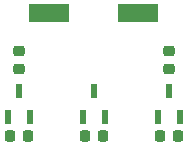
<source format=gtp>
G04 #@! TF.GenerationSoftware,KiCad,Pcbnew,9.0.0*
G04 #@! TF.CreationDate,2025-04-06T21:13:16-04:00*
G04 #@! TF.ProjectId,MiniCamel_riser,4d696e69-4361-46d6-956c-5f7269736572,2.1*
G04 #@! TF.SameCoordinates,PX16e3600PY6052340*
G04 #@! TF.FileFunction,Paste,Top*
G04 #@! TF.FilePolarity,Positive*
%FSLAX46Y46*%
G04 Gerber Fmt 4.6, Leading zero omitted, Abs format (unit mm)*
G04 Created by KiCad (PCBNEW 9.0.0) date 2025-04-06 21:13:16*
%MOMM*%
%LPD*%
G01*
G04 APERTURE LIST*
G04 Aperture macros list*
%AMRoundRect*
0 Rectangle with rounded corners*
0 $1 Rounding radius*
0 $2 $3 $4 $5 $6 $7 $8 $9 X,Y pos of 4 corners*
0 Add a 4 corners polygon primitive as box body*
4,1,4,$2,$3,$4,$5,$6,$7,$8,$9,$2,$3,0*
0 Add four circle primitives for the rounded corners*
1,1,$1+$1,$2,$3*
1,1,$1+$1,$4,$5*
1,1,$1+$1,$6,$7*
1,1,$1+$1,$8,$9*
0 Add four rect primitives between the rounded corners*
20,1,$1+$1,$2,$3,$4,$5,0*
20,1,$1+$1,$4,$5,$6,$7,0*
20,1,$1+$1,$6,$7,$8,$9,0*
20,1,$1+$1,$8,$9,$2,$3,0*%
G04 Aperture macros list end*
%ADD10RoundRect,0.225000X0.225000X0.250000X-0.225000X0.250000X-0.225000X-0.250000X0.225000X-0.250000X0*%
%ADD11RoundRect,0.225000X-0.250000X0.225000X-0.250000X-0.225000X0.250000X-0.225000X0.250000X0.225000X0*%
%ADD12R,3.460000X1.600000*%
%ADD13R,3.460000X1.610000*%
%ADD14R,0.600000X1.200000*%
G04 APERTURE END LIST*
D10*
X44935000Y-3241843D03*
X43385000Y-3241843D03*
D11*
X44160000Y3950000D03*
X44160000Y2400000D03*
D12*
X46713511Y7160000D03*
D13*
X54173511Y7165000D03*
D10*
X57635000Y-3241843D03*
X56085000Y-3241843D03*
D11*
X56860000Y3950000D03*
X56860000Y2400000D03*
D10*
X51285000Y-3241843D03*
X49735000Y-3241843D03*
D14*
X49560000Y-1660000D03*
X51460000Y-1660000D03*
X50510000Y540000D03*
X43210000Y-1652832D03*
X45110000Y-1652832D03*
X44160000Y547168D03*
X55910000Y-1667168D03*
X57810000Y-1667168D03*
X56860000Y532832D03*
M02*

</source>
